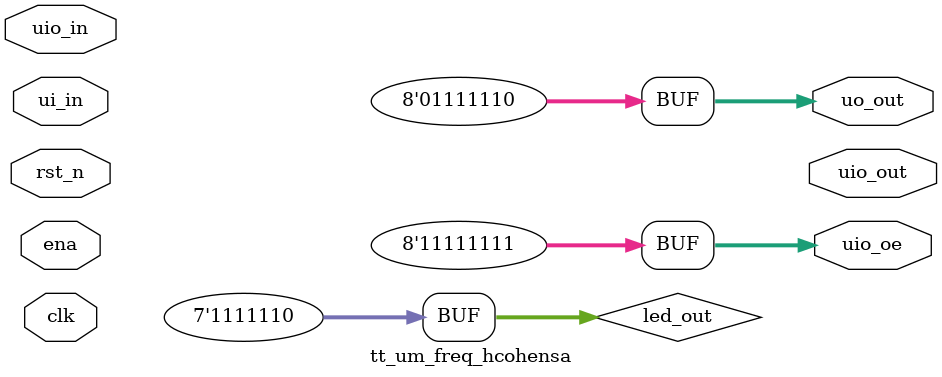
<source format=v>


`default_nettype none



module tt_um_freq_hcohensa #(
    parameter MAX_COUNT = 24'd10_000_000
) (
    input wire [7:0] ui_in,    // Dedicated inputs - connected to the input switches
    output wire [7:0] uo_out,  // Dedicated outputs - connected to the 7 segment display
    input wire [7:0] uio_in,  // IOs: Bidirectional Input path
    output wire [7:0] uio_out, // IOs: Bidirectional Output path
    output wire [7:0] uio_oe,  // IOs: Bidirectional Enable path (active high: 0=input, 1=output)
    input wire ena,            // will go high when the design is enabled
    input wire clk,            // clock
    input wire rst_n           // reset_n - low to reset
);

    wire reset = ~rst_n;

    reg [6:0] led_out;
    assign uo_out[6:0] = led_out;
    assign uo_out[7] = 1'b0;

    assign led_out = {7'b1111111, 1'b0}; // Replace with actual logic

    assign uio_oe = 8'b11111111;

    wire pulse_output;
    wire [7:0] data_output;
    wire pll_clk_out; // Declare pll_clk_out

    PLL pll_inst (
        .clk_in(clk),
        .pll_clk_out(pll_clk_out)
    );

    FrequencyEncoder encoder_inst (
        .data_input(ui_in[0]), // Assuming only the LSB is used
        .enable(ena & pll_clk_out),
        .clk(clk),
        .pulse_output(pulse_output)
    );

    FrequencyDecoder decoder_inst (
        .pulse_input(uio_in[0]), // Assuming only the LSB is used
        .enable(ena & pll_clk_out),
        .clk(clk),
        .data_output(data_output)
    );

    always @* begin
        if (ena) begin
            // Example: Blink the LEDs when 'ena' is active
            led_out = ~led_out; // Example blinking operation
        end
    end

endmodule





</source>
